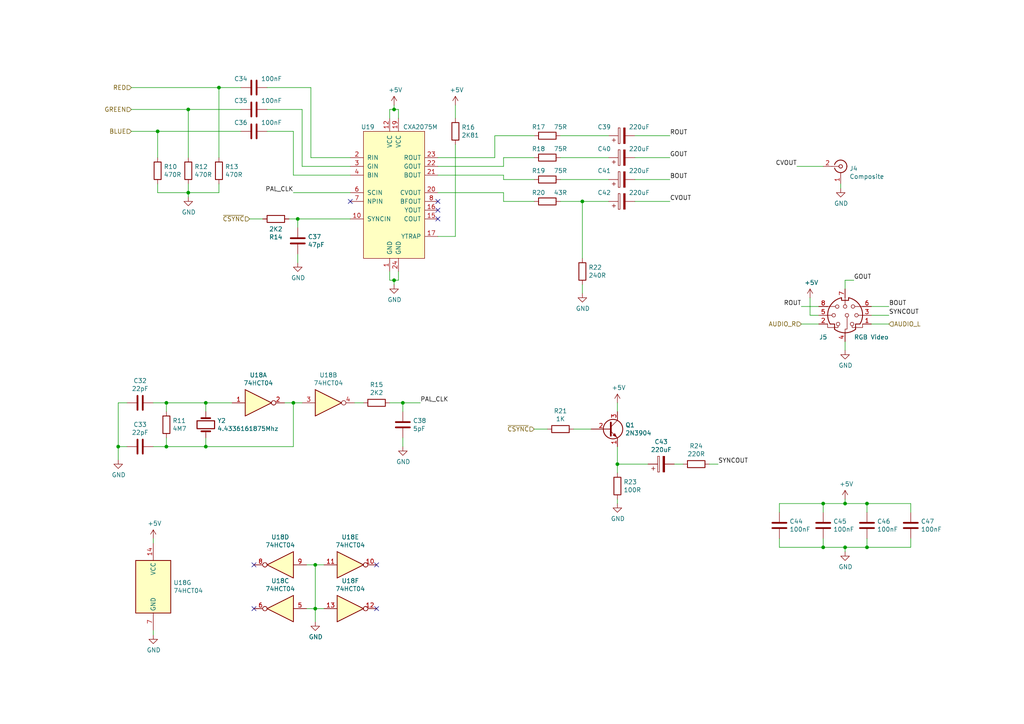
<source format=kicad_sch>
(kicad_sch (version 20211123) (generator eeschema)
  (paper "A4")
  (title_block (title "Y Ddraig Fechan") (company "Stephen Moody"))
  (lib_symbols
    (symbol "74xx:74HCT04"
      (property "Reference" "U" (at 0 1.27 0))
      (property "Value" "74HCT04" (at 0 -1.27 0))
      (symbol "74HCT04_1_0"
        (polyline (pts (xy -3.81 3.81) (xy -3.81 -3.81) (xy 3.81 0) (xy -3.81 3.81)) (stroke (width 0.254)) (fill (type background)))
        (pin input line (at -7.62 0 0) (length 3.81) (name "~") (number "1"))
        (pin output inverted (at 7.62 0 180) (length 3.81) (name "~") (number "2"))
      )
      (symbol "74HCT04_2_0"
        (polyline (pts (xy -3.81 3.81) (xy -3.81 -3.81) (xy 3.81 0) (xy -3.81 3.81)) (stroke (width 0.254)) (fill (type background)))
        (pin input line (at -7.62 0 0) (length 3.81) (name "~") (number "3"))
        (pin output inverted (at 7.62 0 180) (length 3.81) (name "~") (number "4"))
      )
      (symbol "74HCT04_3_0"
        (polyline (pts (xy -3.81 3.81) (xy -3.81 -3.81) (xy 3.81 0) (xy -3.81 3.81)) (stroke (width 0.254)) (fill (type background)))
        (pin input line (at -7.62 0 0) (length 3.81) (name "~") (number "5"))
        (pin output inverted (at 7.62 0 180) (length 3.81) (name "~") (number "6"))
      )
      (symbol "74HCT04_4_0"
        (polyline (pts (xy -3.81 3.81) (xy -3.81 -3.81) (xy 3.81 0) (xy -3.81 3.81)) (stroke (width 0.254)) (fill (type background)))
        (pin output inverted (at 7.62 0 180) (length 3.81) (name "~") (number "8"))
        (pin input line (at -7.62 0 0) (length 3.81) (name "~") (number "9"))
      )
      (symbol "74HCT04_5_0"
        (polyline (pts (xy -3.81 3.81) (xy -3.81 -3.81) (xy 3.81 0) (xy -3.81 3.81)) (stroke (width 0.254)) (fill (type background)))
        (pin output inverted (at 7.62 0 180) (length 3.81) (name "~") (number "10"))
        (pin input line (at -7.62 0 0) (length 3.81) (name "~") (number "11"))
      )
      (symbol "74HCT04_6_0"
        (polyline (pts (xy -3.81 3.81) (xy -3.81 -3.81) (xy 3.81 0) (xy -3.81 3.81)) (stroke (width 0.254)) (fill (type background)))
        (pin output inverted (at 7.62 0 180) (length 3.81) (name "~") (number "12"))
        (pin input line (at -7.62 0 0) (length 3.81) (name "~") (number "13"))
      )
      (symbol "74HCT04_7_0"
        (pin power_in line (at 0 12.7 270) (length 5.08) (name "VCC") (number "14"))
        (pin power_in line (at 0 -12.7 90) (length 5.08) (name "GND") (number "7"))
      )
      (symbol "74HCT04_7_1"
        (rectangle (start -5.08 7.62) (end 5.08 -7.62) (stroke (width 0.254)) (fill (type background)))
      )
    )
    (symbol "Connector:Mini-DIN-8" (pin_names (offset 1.016))
      (property "Reference" "J" (at 5.08 5.08 0))
      (property "Value" "Mini-DIN-8" (at 10.668 -5.08 0))
      (symbol "Mini-DIN-8_0_1"
        (circle (center -3.302 0) (radius 0.508))
        (arc (start -3.048 -4.064) (mid 0 -5.08) (end 3.048 -4.064) (stroke (width 0.254)))
        (circle (center -2.286 2.5146) (radius 0.508))
        (circle (center -2.032 -2.54) (radius 0.508))
        (arc (start -1.016 5.08) (mid -4.6243 2.1181) (end -4.318 -2.54) (stroke (width 0.254)))
        (polyline (pts (xy -3.81 0) (xy -5.08 0)))
        (polyline (pts (xy -2.794 2.54) (xy -5.334 2.54)))
        (polyline (pts (xy 0 5.1054) (xy 0 3.048)))
        (polyline (pts (xy 2.794 2.54) (xy 5.08 2.54)))
        (polyline (pts (xy 5.08 0) (xy 3.81 0)))
        (polyline (pts (xy -4.318 -2.54) (xy -3.048 -2.54) (xy -3.048 -4.064)) (stroke (width 0.254)))
        (polyline (pts (xy 4.318 -2.54) (xy 3.048 -2.54) (xy 3.048 -4.064)) (stroke (width 0.254)))
        (polyline (pts (xy -2.032 -3.048) (xy -2.032 -3.556) (xy -5.08 -3.556) (xy -5.08 -2.54)))
        (polyline (pts (xy -1.016 5.08) (xy -1.016 4.318) (xy 1.016 4.318) (xy 1.016 5.08)) (stroke (width 0.254)))
        (polyline (pts (xy 0.5842 -0.508) (xy 0.5842 -4.0132) (xy 0 -4.0132) (xy 0 -5.1816)))
        (polyline (pts (xy 2.032 -3.048) (xy 2.032 -3.556) (xy 5.08 -3.556) (xy 5.08 -2.54)))
        (circle (center 0 2.54) (radius 0.508))
        (circle (center 2.032 -2.54) (radius 0.508))
        (circle (center 2.286 2.54) (radius 0.508))
        (circle (center 3.302 0) (radius 0.508))
        (arc (start 4.318 -2.54) (mid 4.6646 2.1357) (end 1.016 5.08) (stroke (width 0.254)))
      )
      (symbol "Mini-DIN-8_1_1"
        (circle (center 0.5334 0) (radius 0.508))
        (pin passive line (at 7.62 -2.54 180) (length 2.54) (name "~") (number "1"))
        (pin passive line (at -7.62 -2.54 0) (length 2.54) (name "~") (number "2"))
        (pin passive line (at 7.62 0 180) (length 2.54) (name "~") (number "3"))
        (pin passive line (at 0 -7.62 90) (length 2.54) (name "~") (number "4"))
        (pin passive line (at -7.62 0 0) (length 2.54) (name "~") (number "5"))
        (pin passive line (at 7.62 2.54 180) (length 2.54) (name "~") (number "6"))
        (pin passive line (at 0 7.62 270) (length 2.54) (name "~") (number "7"))
        (pin passive line (at -7.62 2.54 0) (length 2.54) (name "~") (number "8"))
      )
    )
    (symbol "Ddraig:CXA2075M" (pin_names (offset 1.016))
      (property "Reference" "U" (at -8.89 20.32 0))
      (property "Value" "CXA2075M" (at 7.62 20.32 0))
      (symbol "CXA2075M_0_1"
        (rectangle (start -8.89 19.05) (end 8.89 -17.78) (fill (type background)))
      )
      (symbol "CXA2075M_1_1"
        (pin power_in line (at -1.27 -21.59 90) (length 3.81) (name "GND") (number "1"))
        (pin input line (at -12.7 -6.35 0) (length 3.81) (name "SYNCIN") (number "10"))
        (pin no_connect line (at -12.7 -8.89 0) (length 3.81) hide (name "NC") (number "11"))
        (pin power_in line (at -1.27 22.86 270) (length 3.81) (name "VCC") (number "12"))
        (pin no_connect line (at 12.7 13.97 180) (length 3.81) hide (name "NC") (number "13"))
        (pin no_connect line (at 11.43 -8.89 180) (length 3.81) hide (name "NC") (number "14"))
        (pin output line (at 12.7 -6.35 180) (length 3.81) (name "COUT") (number "15"))
        (pin output line (at 12.7 -3.81 180) (length 3.81) (name "YOUT") (number "16"))
        (pin input line (at 12.7 -11.43 180) (length 3.81) (name "YTRAP") (number "17"))
        (pin no_connect line (at 11.43 -13.97 180) (length 3.81) hide (name "NC") (number "18"))
        (pin power_in line (at 1.27 22.86 270) (length 3.81) (name "VCC") (number "19"))
        (pin input line (at -12.7 11.43 0) (length 3.81) (name "RIN") (number "2"))
        (pin output line (at 12.7 1.27 180) (length 3.81) (name "CVOUT") (number "20"))
        (pin output line (at 12.7 6.35 180) (length 3.81) (name "BOUT") (number "21"))
        (pin output line (at 12.7 8.89 180) (length 3.81) (name "GOUT") (number "22"))
        (pin output line (at 12.7 11.43 180) (length 3.81) (name "ROUT") (number "23"))
        (pin power_in line (at 1.27 -21.59 90) (length 3.81) (name "GND") (number "24"))
        (pin input line (at -12.7 8.89 0) (length 3.81) (name "GIN") (number "3"))
        (pin input line (at -12.7 6.35 0) (length 3.81) (name "BIN") (number "4"))
        (pin no_connect line (at -12.7 3.81 0) (length 3.81) hide (name "NC") (number "5"))
        (pin input line (at -12.7 1.27 0) (length 3.81) (name "SCIN") (number "6"))
        (pin input line (at -12.7 -1.27 0) (length 3.81) (name "NPIN") (number "7"))
        (pin output line (at 12.7 -1.27 180) (length 3.81) (name "BFOUT") (number "8"))
        (pin no_connect line (at -12.7 -3.81 0) (length 3.81) hide (name "NC") (number "9"))
      )
    )
    (symbol "Ddraig:Conn_Coaxial-KLPX0848A2RG" (pin_names (offset 1.016) hide)
      (property "Reference" "J" (at 0.254 3.048 0))
      (property "Value" "Conn_Coaxial-KLPX0848A2RG" (at 2.921 0 90))
      (symbol "Conn_Coaxial-KLPX0848A2RG_0_1"
        (arc (start -1.778 -0.508) (mid 0.2311 -1.8066) (end 1.778 0) (stroke (width 0.254)))
        (polyline (pts (xy -2.54 0) (xy -0.508 0)))
        (polyline (pts (xy 0 -2.54) (xy 0 -1.778)))
        (circle (center 0 0) (radius 0.508) (stroke (width 0.2032)))
        (arc (start 1.778 0) (mid 0.2099 1.8101) (end -1.778 0.508) (stroke (width 0.254)))
      )
      (symbol "Conn_Coaxial-KLPX0848A2RG_1_1"
        (pin passive line (at 0 -5.08 90) (length 2.54) (name "Ext") (number "1"))
        (pin passive line (at -5.08 0 0) (length 2.54) (name "In") (number "2"))
      )
    )
    (symbol "Device:C" (pin_numbers hide) (pin_names (offset 0.254))
      (property "Reference" "C" (at 0.635 2.54 0))
      (property "Value" "C" (at 0.635 -2.54 0))
      (symbol "C_0_1"
        (polyline (pts (xy -2.032 -0.762) (xy 2.032 -0.762)) (stroke (width 0.508)))
        (polyline (pts (xy -2.032 0.762) (xy 2.032 0.762)) (stroke (width 0.508)))
      )
      (symbol "C_1_1"
        (pin passive line (at 0 3.81 270) (length 2.794) (name "~") (number "1"))
        (pin passive line (at 0 -3.81 90) (length 2.794) (name "~") (number "2"))
      )
    )
    (symbol "Device:C_Polarized" (pin_numbers hide) (pin_names (offset 0.254))
      (property "Reference" "C" (at 0.635 2.54 0))
      (property "Value" "C_Polarized" (at 0.635 -2.54 0))
      (symbol "C_Polarized_0_1"
        (rectangle (start -2.286 0.508) (end 2.286 1.016))
        (polyline (pts (xy -1.778 2.286) (xy -0.762 2.286)))
        (polyline (pts (xy -1.27 2.794) (xy -1.27 1.778)))
        (rectangle (start 2.286 -0.508) (end -2.286 -1.016) (fill (type outline)))
      )
      (symbol "C_Polarized_1_1"
        (pin passive line (at 0 3.81 270) (length 2.794) (name "~") (number "1"))
        (pin passive line (at 0 -3.81 90) (length 2.794) (name "~") (number "2"))
      )
    )
    (symbol "Device:Crystal" (pin_numbers hide) (pin_names (offset 1.016) hide)
      (property "Reference" "Y" (at 0 3.81 0))
      (property "Value" "Crystal" (at 0 -3.81 0))
      (symbol "Crystal_0_1"
        (rectangle (start -1.143 2.54) (end 1.143 -2.54) (stroke (width 0.3048)))
        (polyline (pts (xy -2.54 0) (xy -1.905 0)))
        (polyline (pts (xy -1.905 -1.27) (xy -1.905 1.27)) (stroke (width 0.508)))
        (polyline (pts (xy 1.905 -1.27) (xy 1.905 1.27)) (stroke (width 0.508)))
        (polyline (pts (xy 2.54 0) (xy 1.905 0)))
      )
      (symbol "Crystal_1_1"
        (pin passive line (at -3.81 0 0) (length 1.27) (name "1") (number "1"))
        (pin passive line (at 3.81 0 180) (length 1.27) (name "2") (number "2"))
      )
    )
    (symbol "Device:R" (pin_numbers hide) (pin_names (offset 0))
      (property "Reference" "R" (at 2.032 0 90))
      (property "Value" "R" (at 0 0 90))
      (symbol "R_0_1"
        (rectangle (start -1.016 -2.54) (end 1.016 2.54) (stroke (width 0.254)))
      )
      (symbol "R_1_1"
        (pin passive line (at 0 3.81 270) (length 1.27) (name "~") (number "1"))
        (pin passive line (at 0 -3.81 90) (length 1.27) (name "~") (number "2"))
      )
    )
    (symbol "Transistor_BJT:2N3904" (pin_names (offset 0) hide)
      (property "Reference" "Q" (at 5.08 1.905 0))
      (property "Value" "2N3904" (at 5.08 0 0))
      (symbol "2N3904_0_1"
        (polyline (pts (xy 0.635 0.635) (xy 2.54 2.54)))
        (polyline (pts (xy 0.635 -0.635) (xy 2.54 -2.54) (xy 2.54 -2.54)))
        (polyline (pts (xy 0.635 1.905) (xy 0.635 -1.905) (xy 0.635 -1.905)) (stroke (width 0.508)))
        (polyline (pts (xy 1.27 -1.778) (xy 1.778 -1.27) (xy 2.286 -2.286) (xy 1.27 -1.778) (xy 1.27 -1.778)) (fill (type outline)))
        (circle (center 1.27 0) (radius 2.8194) (stroke (width 0.254)))
      )
      (symbol "2N3904_1_1"
        (pin passive line (at 2.54 -5.08 90) (length 2.54) (name "E") (number "1"))
        (pin passive line (at -5.08 0 0) (length 5.715) (name "B") (number "2"))
        (pin passive line (at 2.54 5.08 270) (length 2.54) (name "C") (number "3"))
      )
    )
    (symbol "power:+5V" (power) (pin_names (offset 0))
      (property "Value" "+5V" (at 0 3.556 0))
      (symbol "+5V_0_1"
        (polyline (pts (xy -0.762 1.27) (xy 0 2.54)))
        (polyline (pts (xy 0 0) (xy 0 2.54)))
        (polyline (pts (xy 0 2.54) (xy 0.762 1.27)))
      )
      (symbol "+5V_1_1"
        (pin power_in line (at 0 0 90) (length 0) hide (name "+5V") (number "1"))
      )
    )
    (symbol "power:GND" (power) (pin_names (offset 0))
      (property "Value" "GND" (at 0 -3.81 0))
      (symbol "GND_0_1"
        (polyline (pts (xy 0 0) (xy 0 -1.27) (xy 1.27 -1.27) (xy 0 -2.54) (xy -1.27 -1.27) (xy 0 -1.27)))
      )
      (symbol "GND_1_1"
        (pin power_in line (at 0 0 270) (length 0) hide (name "GND") (number "1"))
      )
    )
  )
  (junction (at 54.61 31.75))
  (junction (at 245.11 146.05))
  (junction (at 91.44 163.83))
  (junction (at 59.69 116.84))
  (junction (at 251.46 146.05))
  (junction (at 114.3 31.75))
  (junction (at 86.36 63.5))
  (junction (at 238.76 146.05))
  (junction (at 48.26 116.84))
  (junction (at 45.72 38.1))
  (junction (at 48.26 129.54))
  (junction (at 91.44 176.53))
  (junction (at 179.07 134.62))
  (junction (at 63.5 25.4))
  (junction (at 85.09 116.84))
  (junction (at 116.84 116.84))
  (junction (at 59.69 129.54))
  (junction (at 168.91 58.42))
  (junction (at 245.11 158.75))
  (junction (at 238.76 158.75))
  (junction (at 54.61 55.88))
  (junction (at 114.3 81.28))
  (junction (at 34.29 129.54))
  (junction (at 251.46 158.75))
  (no_connect (at 127 60.96))
  (no_connect (at 127 58.42))
  (no_connect (at 73.66 163.83))
  (no_connect (at 109.22 176.53))
  (no_connect (at 109.22 163.83))
  (no_connect (at 73.66 176.53))
  (no_connect (at 127 63.5))
  (no_connect (at 101.6 58.42))
  (wire (pts (xy 132.08 34.29) (xy 132.08 30.48)))
  (wire (pts (xy 63.5 53.34) (xy 63.5 55.88)))
  (wire (pts (xy 115.57 31.75) (xy 115.57 34.29)))
  (wire (pts (xy 176.53 58.42) (xy 168.91 58.42)))
  (wire (pts (xy 48.26 127) (xy 48.26 129.54)))
  (wire (pts (xy 85.09 129.54) (xy 85.09 116.84)))
  (wire (pts (xy 45.72 55.88) (xy 45.72 53.34)))
  (wire (pts (xy 54.61 31.75) (xy 38.1 31.75)))
  (wire (pts (xy 72.39 63.5) (xy 76.2 63.5)))
  (wire (pts (xy 114.3 31.75) (xy 115.57 31.75)))
  (wire (pts (xy 34.29 116.84) (xy 34.29 129.54)))
  (wire (pts (xy 114.3 30.48) (xy 114.3 31.75)))
  (wire (pts (xy 238.76 148.59) (xy 238.76 146.05)))
  (wire (pts (xy 168.91 58.42) (xy 162.56 58.42)))
  (wire (pts (xy 91.44 163.83) (xy 93.98 163.83)))
  (wire (pts (xy 63.5 45.72) (xy 63.5 25.4)))
  (wire (pts (xy 251.46 146.05) (xy 264.16 146.05)))
  (wire (pts (xy 143.51 39.37) (xy 143.51 45.72)))
  (wire (pts (xy 86.36 66.04) (xy 86.36 63.5)))
  (wire (pts (xy 54.61 57.15) (xy 54.61 55.88)))
  (wire (pts (xy 44.45 157.48) (xy 44.45 156.21)))
  (wire (pts (xy 245.11 146.05) (xy 251.46 146.05)))
  (wire (pts (xy 179.07 129.54) (xy 179.07 134.62)))
  (wire (pts (xy 168.91 74.93) (xy 168.91 58.42)))
  (wire (pts (xy 194.31 45.72) (xy 184.15 45.72)))
  (wire (pts (xy 101.6 50.8) (xy 85.09 50.8)))
  (wire (pts (xy 237.49 91.44) (xy 234.95 91.44)))
  (wire (pts (xy 54.61 55.88) (xy 45.72 55.88)))
  (wire (pts (xy 132.08 68.58) (xy 132.08 41.91)))
  (wire (pts (xy 45.72 38.1) (xy 38.1 38.1)))
  (wire (pts (xy 176.53 39.37) (xy 162.56 39.37)))
  (wire (pts (xy 166.37 124.46) (xy 171.45 124.46)))
  (wire (pts (xy 226.06 148.59) (xy 226.06 146.05)))
  (wire (pts (xy 187.96 134.62) (xy 179.07 134.62)))
  (wire (pts (xy 208.28 134.62) (xy 205.74 134.62)))
  (wire (pts (xy 243.84 54.61) (xy 243.84 53.34)))
  (wire (pts (xy 69.85 31.75) (xy 54.61 31.75)))
  (wire (pts (xy 90.17 25.4) (xy 77.47 25.4)))
  (wire (pts (xy 116.84 116.84) (xy 121.92 116.84)))
  (wire (pts (xy 48.26 116.84) (xy 59.69 116.84)))
  (wire (pts (xy 146.05 45.72) (xy 154.94 45.72)))
  (wire (pts (xy 59.69 119.38) (xy 59.69 116.84)))
  (wire (pts (xy 113.03 78.74) (xy 113.03 81.28)))
  (wire (pts (xy 82.55 116.84) (xy 85.09 116.84)))
  (wire (pts (xy 251.46 148.59) (xy 251.46 146.05)))
  (wire (pts (xy 238.76 156.21) (xy 238.76 158.75)))
  (wire (pts (xy 113.03 31.75) (xy 114.3 31.75)))
  (wire (pts (xy 54.61 55.88) (xy 54.61 53.34)))
  (wire (pts (xy 127 55.88) (xy 146.05 55.88)))
  (wire (pts (xy 238.76 158.75) (xy 245.11 158.75)))
  (wire (pts (xy 91.44 176.53) (xy 93.98 176.53)))
  (wire (pts (xy 83.82 63.5) (xy 86.36 63.5)))
  (wire (pts (xy 127 48.26) (xy 146.05 48.26)))
  (wire (pts (xy 34.29 116.84) (xy 36.83 116.84)))
  (wire (pts (xy 59.69 129.54) (xy 85.09 129.54)))
  (wire (pts (xy 168.91 85.09) (xy 168.91 82.55)))
  (wire (pts (xy 245.11 160.02) (xy 245.11 158.75)))
  (wire (pts (xy 245.11 81.28) (xy 245.11 83.82)))
  (wire (pts (xy 146.05 48.26) (xy 146.05 45.72)))
  (wire (pts (xy 252.73 88.9) (xy 257.81 88.9)))
  (wire (pts (xy 127 68.58) (xy 132.08 68.58)))
  (wire (pts (xy 179.07 144.78) (xy 179.07 146.05)))
  (wire (pts (xy 113.03 34.29) (xy 113.03 31.75)))
  (wire (pts (xy 34.29 133.35) (xy 34.29 129.54)))
  (wire (pts (xy 85.09 50.8) (xy 85.09 38.1)))
  (wire (pts (xy 48.26 119.38) (xy 48.26 116.84)))
  (wire (pts (xy 59.69 116.84) (xy 67.31 116.84)))
  (wire (pts (xy 48.26 129.54) (xy 59.69 129.54)))
  (wire (pts (xy 69.85 38.1) (xy 45.72 38.1)))
  (wire (pts (xy 101.6 45.72) (xy 90.17 45.72)))
  (wire (pts (xy 116.84 119.38) (xy 116.84 116.84)))
  (wire (pts (xy 226.06 146.05) (xy 238.76 146.05)))
  (wire (pts (xy 194.31 58.42) (xy 184.15 58.42)))
  (wire (pts (xy 116.84 127) (xy 116.84 129.54)))
  (wire (pts (xy 113.03 81.28) (xy 114.3 81.28)))
  (wire (pts (xy 154.94 124.46) (xy 158.75 124.46)))
  (wire (pts (xy 146.05 50.8) (xy 146.05 52.07)))
  (wire (pts (xy 63.5 55.88) (xy 54.61 55.88)))
  (wire (pts (xy 237.49 88.9) (xy 232.41 88.9)))
  (wire (pts (xy 114.3 82.55) (xy 114.3 81.28)))
  (wire (pts (xy 85.09 38.1) (xy 77.47 38.1)))
  (wire (pts (xy 143.51 39.37) (xy 154.94 39.37)))
  (wire (pts (xy 245.11 158.75) (xy 251.46 158.75)))
  (wire (pts (xy 146.05 55.88) (xy 146.05 58.42)))
  (wire (pts (xy 44.45 129.54) (xy 48.26 129.54)))
  (wire (pts (xy 115.57 81.28) (xy 115.57 78.74)))
  (wire (pts (xy 88.9 176.53) (xy 91.44 176.53)))
  (wire (pts (xy 251.46 156.21) (xy 251.46 158.75)))
  (wire (pts (xy 146.05 58.42) (xy 154.94 58.42)))
  (wire (pts (xy 44.45 116.84) (xy 48.26 116.84)))
  (wire (pts (xy 184.15 39.37) (xy 194.31 39.37)))
  (wire (pts (xy 264.16 158.75) (xy 264.16 156.21)))
  (wire (pts (xy 245.11 99.06) (xy 245.11 101.6)))
  (wire (pts (xy 90.17 45.72) (xy 90.17 25.4)))
  (wire (pts (xy 63.5 25.4) (xy 38.1 25.4)))
  (wire (pts (xy 44.45 184.15) (xy 44.45 182.88)))
  (wire (pts (xy 59.69 129.54) (xy 59.69 127)))
  (wire (pts (xy 251.46 158.75) (xy 264.16 158.75)))
  (wire (pts (xy 257.81 91.44) (xy 252.73 91.44)))
  (wire (pts (xy 231.14 48.26) (xy 238.76 48.26)))
  (wire (pts (xy 247.65 81.28) (xy 245.11 81.28)))
  (wire (pts (xy 45.72 45.72) (xy 45.72 38.1)))
  (wire (pts (xy 87.63 31.75) (xy 77.47 31.75)))
  (wire (pts (xy 91.44 176.53) (xy 91.44 163.83)))
  (wire (pts (xy 179.07 134.62) (xy 179.07 137.16)))
  (wire (pts (xy 85.09 116.84) (xy 87.63 116.84)))
  (wire (pts (xy 226.06 156.21) (xy 226.06 158.75)))
  (wire (pts (xy 91.44 180.34) (xy 91.44 176.53)))
  (wire (pts (xy 237.49 93.98) (xy 232.41 93.98)))
  (wire (pts (xy 54.61 45.72) (xy 54.61 31.75)))
  (wire (pts (xy 102.87 116.84) (xy 105.41 116.84)))
  (wire (pts (xy 179.07 119.38) (xy 179.07 116.84)))
  (wire (pts (xy 91.44 163.83) (xy 88.9 163.83)))
  (wire (pts (xy 238.76 146.05) (xy 245.11 146.05)))
  (wire (pts (xy 184.15 52.07) (xy 194.31 52.07)))
  (wire (pts (xy 264.16 146.05) (xy 264.16 148.59)))
  (wire (pts (xy 198.12 134.62) (xy 195.58 134.62)))
  (wire (pts (xy 176.53 45.72) (xy 162.56 45.72)))
  (wire (pts (xy 86.36 76.2) (xy 86.36 73.66)))
  (wire (pts (xy 87.63 48.26) (xy 87.63 31.75)))
  (wire (pts (xy 146.05 52.07) (xy 154.94 52.07)))
  (wire (pts (xy 114.3 81.28) (xy 115.57 81.28)))
  (wire (pts (xy 226.06 158.75) (xy 238.76 158.75)))
  (wire (pts (xy 162.56 52.07) (xy 176.53 52.07)))
  (wire (pts (xy 69.85 25.4) (xy 63.5 25.4)))
  (wire (pts (xy 86.36 63.5) (xy 101.6 63.5)))
  (wire (pts (xy 245.11 144.78) (xy 245.11 146.05)))
  (wire (pts (xy 101.6 55.88) (xy 85.09 55.88)))
  (wire (pts (xy 127 50.8) (xy 146.05 50.8)))
  (wire (pts (xy 101.6 48.26) (xy 87.63 48.26)))
  (wire (pts (xy 127 45.72) (xy 143.51 45.72)))
  (wire (pts (xy 113.03 116.84) (xy 116.84 116.84)))
  (wire (pts (xy 252.73 93.98) (xy 257.81 93.98)))
  (wire (pts (xy 234.95 91.44) (xy 234.95 86.36)))
  (wire (pts (xy 36.83 129.54) (xy 34.29 129.54)))
  (label "BOUT" (at 194.31 52.07 0))
  (label "GOUT" (at 247.65 81.28 0))
  (label "GOUT" (at 194.31 45.72 0))
  (label "PAL_CLK" (at 85.09 55.88 180))
  (label "ROUT" (at 194.31 39.37 0))
  (label "ROUT" (at 232.41 88.9 180))
  (label "PAL_CLK" (at 121.92 116.84 0))
  (label "SYNCOUT" (at 257.81 91.44 0))
  (label "BOUT" (at 257.81 88.9 0))
  (label "CVOUT" (at 194.31 58.42 0))
  (label "CVOUT" (at 231.14 48.26 180))
  (label "SYNCOUT" (at 208.28 134.62 0))
  (hierarchical_label "AUDIO_L" (shape input) (at 257.81 93.98 0))
  (hierarchical_label "GREEN" (shape input) (at 38.1 31.75 180))
  (hierarchical_label "AUDIO_R" (shape input) (at 232.41 93.98 180))
  (hierarchical_label "RED" (shape input) (at 38.1 25.4 180))
  (hierarchical_label "~{CSYNC}" (shape input) (at 154.94 124.46 180))
  (hierarchical_label "BLUE" (shape input) (at 38.1 38.1 180))
  (hierarchical_label "~{CSYNC}" (shape input) (at 72.39 63.5 180))
  (symbol (lib_id "Device:C") (at 226.06 152.4 0) (unit 1)
    (property "Reference" "C44" (at 228.981 151.2316 0) (effects (justify left)))
    (property "Value" "100nF" (at 228.981 153.543 0) (effects (justify left)))
    (property "Footprint" "Capacitor_THT:C_Disc_D5.0mm_W2.5mm_P2.50mm" (effects hide))
  )
  (symbol (lib_id "Device:C") (at 238.76 152.4 0) (unit 1)
    (property "Reference" "C45" (at 241.681 151.2316 0) (effects (justify left)))
    (property "Value" "100nF" (at 241.681 153.543 0) (effects (justify left)))
    (property "Footprint" "Capacitor_THT:C_Disc_D5.0mm_W2.5mm_P2.50mm" (effects hide))
  )
  (symbol (lib_id "Device:C") (at 251.46 152.4 0) (unit 1)
    (property "Reference" "C46" (at 254.381 151.2316 0) (effects (justify left)))
    (property "Value" "100nF" (at 254.381 153.543 0) (effects (justify left)))
    (property "Footprint" "Capacitor_THT:C_Disc_D5.0mm_W2.5mm_P2.50mm" (effects hide))
  )
  (symbol (lib_id "Device:C") (at 264.16 152.4 0) (unit 1)
    (property "Reference" "C47" (at 267.081 151.2316 0) (effects (justify left)))
    (property "Value" "100nF" (at 267.081 153.543 0) (effects (justify left)))
    (property "Footprint" "Capacitor_THT:C_Disc_D5.0mm_W2.5mm_P2.50mm" (effects hide))
  )
  (symbol (lib_id "power:+5V") (at 245.11 144.78 0) (unit 1)
    (property "Reference" "#PWR089" (effects hide))
    (property "Value" "+5V" (at 245.491 140.3858 0))
  )
  (symbol (lib_id "power:GND") (at 245.11 160.02 0) (unit 1)
    (property "Reference" "#PWR090" (effects hide))
    (property "Value" "GND" (at 245.237 164.4142 0))
  )
  (symbol (lib_id "Ddraig:CXA2075M") (at 114.3 57.15 0) (unit 1)
    (property "Reference" "U19" (at 106.68 36.83 0))
    (property "Value" "CXA2075M" (at 121.92 36.83 0))
    (property "Footprint" "Package_SO:SOP-24_7.5x15.4mm_P1.27mm" (effects hide))
  )
  (symbol (lib_id "power:+5V") (at 114.3 30.48 0) (unit 1)
    (property "Reference" "#PWR079" (effects hide))
    (property "Value" "+5V" (at 114.681 26.0858 0))
  )
  (symbol (lib_id "power:GND") (at 114.3 82.55 0) (unit 1)
    (property "Reference" "#PWR080" (effects hide))
    (property "Value" "GND" (at 114.427 86.9442 0))
  )
  (symbol (lib_id "Connector:Mini-DIN-8") (at 245.11 91.44 0) (unit 1)
    (property "Reference" "J5" (at 238.76 97.79 0))
    (property "Value" "RGB Video" (at 252.73 97.79 0))
    (property "Footprint" "Ddraig:MINI-DIN-8-TE_57492681" (effects hide))
    (property "Datasheet" "http://service.powerdynamics.com/ec/Catalog17/Section%2011.pdf" (effects hide))
  )
  (symbol (lib_id "power:+5V") (at 234.95 86.36 0) (unit 1)
    (property "Reference" "#PWR086" (effects hide))
    (property "Value" "+5V" (at 235.331 81.9658 0))
  )
  (symbol (lib_id "Device:R") (at 132.08 38.1 0) (unit 1)
    (property "Reference" "R16" (at 133.858 36.9316 0) (effects (justify left)))
    (property "Value" "2K81" (at 133.858 39.243 0) (effects (justify left)))
    (property "Footprint" "Resistor_THT:R_Axial_DIN0207_L6.3mm_D2.5mm_P10.16mm_Horizontal" (effects hide))
  )
  (symbol (lib_id "Device:R") (at 158.75 39.37 270) (unit 1)
    (property "Reference" "R17" (at 156.21 36.83 90))
    (property "Value" "75R" (at 162.56 36.83 90))
    (property "Footprint" "Resistor_THT:R_Axial_DIN0207_L6.3mm_D2.5mm_P10.16mm_Horizontal" (effects hide))
  )
  (symbol (lib_id "Device:R") (at 158.75 45.72 270) (unit 1)
    (property "Reference" "R18" (at 156.21 43.18 90))
    (property "Value" "75R" (at 162.56 43.18 90))
    (property "Footprint" "Resistor_THT:R_Axial_DIN0207_L6.3mm_D2.5mm_P10.16mm_Horizontal" (effects hide))
  )
  (symbol (lib_id "Device:R") (at 158.75 52.07 270) (unit 1)
    (property "Reference" "R19" (at 156.21 49.53 90))
    (property "Value" "75R" (at 162.56 49.53 90))
    (property "Footprint" "Resistor_THT:R_Axial_DIN0207_L6.3mm_D2.5mm_P10.16mm_Horizontal" (effects hide))
  )
  (symbol (lib_id "Device:R") (at 158.75 58.42 270) (unit 1)
    (property "Reference" "R20" (at 156.21 55.88 90))
    (property "Value" "43R" (at 162.56 55.88 90))
    (property "Footprint" "Resistor_THT:R_Axial_DIN0207_L6.3mm_D2.5mm_P10.16mm_Horizontal" (effects hide))
  )
  (symbol (lib_id "Device:C_Polarized") (at 180.34 39.37 90) (unit 1)
    (property "Reference" "C39" (at 175.26 36.83 90))
    (property "Value" "220uF" (at 185.42 36.83 90))
    (property "Footprint" "Capacitor_THT:CP_Radial_D5.0mm_P2.50mm" (effects hide))
  )
  (symbol (lib_id "Device:C_Polarized") (at 180.34 45.72 90) (unit 1)
    (property "Reference" "C40" (at 175.26 43.18 90))
    (property "Value" "220uF" (at 185.42 43.18 90))
    (property "Footprint" "Capacitor_THT:CP_Radial_D5.0mm_P2.50mm" (effects hide))
  )
  (symbol (lib_id "Device:C_Polarized") (at 180.34 52.07 90) (unit 1)
    (property "Reference" "C41" (at 175.26 49.53 90))
    (property "Value" "220uF" (at 185.42 49.53 90))
    (property "Footprint" "Capacitor_THT:CP_Radial_D5.0mm_P2.50mm" (effects hide))
  )
  (symbol (lib_id "Device:C_Polarized") (at 180.34 58.42 90) (unit 1)
    (property "Reference" "C42" (at 175.26 55.88 90))
    (property "Value" "220uF" (at 185.42 55.88 90))
    (property "Footprint" "Capacitor_THT:CP_Radial_D5.0mm_P2.50mm" (effects hide))
  )
  (symbol (lib_id "power:+5V") (at 132.08 30.48 0) (unit 1)
    (property "Reference" "#PWR082" (effects hide))
    (property "Value" "+5V" (at 132.461 26.0858 0))
  )
  (symbol (lib_id "Device:R") (at 168.91 78.74 0) (unit 1)
    (property "Reference" "R22" (at 170.688 77.5716 0) (effects (justify left)))
    (property "Value" "240R" (at 170.688 79.883 0) (effects (justify left)))
    (property "Footprint" "Resistor_THT:R_Axial_DIN0207_L6.3mm_D2.5mm_P10.16mm_Horizontal" (effects hide))
  )
  (symbol (lib_id "power:GND") (at 168.91 85.09 0) (unit 1)
    (property "Reference" "#PWR083" (effects hide))
    (property "Value" "GND" (at 169.037 89.4842 0))
  )
  (symbol (lib_id "Device:R") (at 80.01 63.5 90) (unit 1)
    (property "Reference" "R14" (at 80.01 68.7578 90))
    (property "Value" "2K2" (at 80.01 66.4464 90))
    (property "Footprint" "Resistor_THT:R_Axial_DIN0207_L6.3mm_D2.5mm_P10.16mm_Horizontal" (effects hide))
  )
  (symbol (lib_id "Device:C") (at 86.36 69.85 0) (unit 1)
    (property "Reference" "C37" (at 89.281 68.6816 0) (effects (justify left)))
    (property "Value" "47pF" (at 89.281 70.993 0) (effects (justify left)))
    (property "Footprint" "Capacitor_THT:C_Disc_D5.0mm_W2.5mm_P2.50mm" (effects hide))
  )
  (symbol (lib_id "power:GND") (at 86.36 76.2 0) (unit 1)
    (property "Reference" "#PWR077" (effects hide))
    (property "Value" "GND" (at 86.487 80.5942 0))
  )
  (symbol (lib_id "Device:C") (at 40.64 116.84 270) (unit 1)
    (property "Reference" "C32" (at 40.64 110.4392 90))
    (property "Value" "22pF" (at 40.64 112.7506 90))
    (property "Footprint" "Capacitor_THT:C_Disc_D5.0mm_W2.5mm_P2.50mm" (effects hide))
  )
  (symbol (lib_id "Device:C") (at 40.64 129.54 270) (unit 1)
    (property "Reference" "C33" (at 40.64 123.1392 90))
    (property "Value" "22pF" (at 40.64 125.4506 90))
    (property "Footprint" "Capacitor_THT:C_Disc_D5.0mm_W2.5mm_P2.50mm" (effects hide))
  )
  (symbol (lib_id "Device:R") (at 48.26 123.19 0) (unit 1)
    (property "Reference" "R11" (at 50.038 122.0216 0) (effects (justify left)))
    (property "Value" "4M7" (at 50.038 124.333 0) (effects (justify left)))
    (property "Footprint" "Resistor_THT:R_Axial_DIN0207_L6.3mm_D2.5mm_P10.16mm_Horizontal" (effects hide))
  )
  (symbol (lib_id "Device:R") (at 109.22 116.84 270) (unit 1)
    (property "Reference" "R15" (at 109.22 111.5822 90))
    (property "Value" "2K2" (at 109.22 113.8936 90))
    (property "Footprint" "Resistor_THT:R_Axial_DIN0207_L6.3mm_D2.5mm_P10.16mm_Horizontal" (effects hide))
  )
  (symbol (lib_id "Device:Crystal") (at 59.69 123.19 90) (unit 1)
    (property "Reference" "Y2" (at 63.0174 122.0216 90) (effects (justify right)))
    (property "Value" "4.4336161875Mhz" (at 63.0174 124.333 90) (effects (justify right)))
    (property "Footprint" "Crystal:Crystal_HC50_Vertical" (effects hide))
  )
  (symbol (lib_id "Device:C") (at 116.84 123.19 0) (unit 1)
    (property "Reference" "C38" (at 119.761 122.0216 0) (effects (justify left)))
    (property "Value" "5pF" (at 119.761 124.333 0) (effects (justify left)))
    (property "Footprint" "Capacitor_THT:C_Disc_D5.0mm_W2.5mm_P2.50mm" (effects hide))
  )
  (symbol (lib_id "74xx:74HCT04") (at 74.93 116.84 0) (unit 1)
    (property "Reference" "U18" (at 74.93 108.7882 0))
    (property "Value" "74HCT04" (at 74.93 111.0996 0))
    (property "Footprint" "Package_DIP:DIP-14_W7.62mm_Socket" (effects hide))
    (property "Datasheet" "https://assets.nexperia.com/documents/data-sheet/74HC_HCT04.pdf" (effects hide))
  )
  (symbol (lib_id "74xx:74HCT04") (at 95.25 116.84 0) (unit 2)
    (property "Reference" "U18" (at 95.25 108.7882 0))
    (property "Value" "74HCT04" (at 95.25 111.0996 0))
    (property "Footprint" "Package_DIP:DIP-14_W7.62mm_Socket" (effects hide))
    (property "Datasheet" "https://assets.nexperia.com/documents/data-sheet/74HC_HCT04.pdf" (effects hide))
  )
  (symbol (lib_id "74xx:74HCT04") (at 81.28 176.53 0) (mirror y) (unit 3)
    (property "Reference" "U18" (at 81.28 168.4782 0))
    (property "Value" "74HCT04" (at 81.28 170.7896 0))
    (property "Footprint" "Package_DIP:DIP-14_W7.62mm_Socket" (effects hide))
    (property "Datasheet" "https://assets.nexperia.com/documents/data-sheet/74HC_HCT04.pdf" (effects hide))
  )
  (symbol (lib_id "74xx:74HCT04") (at 81.28 163.83 0) (mirror y) (unit 4)
    (property "Reference" "U18" (at 81.28 155.7782 0))
    (property "Value" "74HCT04" (at 81.28 158.0896 0))
    (property "Footprint" "Package_DIP:DIP-14_W7.62mm_Socket" (effects hide))
    (property "Datasheet" "https://assets.nexperia.com/documents/data-sheet/74HC_HCT04.pdf" (effects hide))
  )
  (symbol (lib_id "74xx:74HCT04") (at 101.6 163.83 0) (unit 5)
    (property "Reference" "U18" (at 101.6 155.7782 0))
    (property "Value" "74HCT04" (at 101.6 158.0896 0))
    (property "Footprint" "Package_DIP:DIP-14_W7.62mm_Socket" (effects hide))
    (property "Datasheet" "https://assets.nexperia.com/documents/data-sheet/74HC_HCT04.pdf" (effects hide))
  )
  (symbol (lib_id "74xx:74HCT04") (at 101.6 176.53 0) (unit 6)
    (property "Reference" "U18" (at 101.6 168.4782 0))
    (property "Value" "74HCT04" (at 101.6 170.7896 0))
    (property "Footprint" "Package_DIP:DIP-14_W7.62mm_Socket" (effects hide))
    (property "Datasheet" "https://assets.nexperia.com/documents/data-sheet/74HC_HCT04.pdf" (effects hide))
  )
  (symbol (lib_id "74xx:74HCT04") (at 44.45 170.18 0) (unit 7)
    (property "Reference" "U18" (at 50.292 169.0116 0) (effects (justify left)))
    (property "Value" "74HCT04" (at 50.292 171.323 0) (effects (justify left)))
    (property "Footprint" "Package_DIP:DIP-14_W7.62mm_Socket" (effects hide))
    (property "Datasheet" "https://assets.nexperia.com/documents/data-sheet/74HC_HCT04.pdf" (effects hide))
  )
  (symbol (lib_id "power:GND") (at 34.29 133.35 0) (unit 1)
    (property "Reference" "#PWR073" (effects hide))
    (property "Value" "GND" (at 34.417 137.7442 0))
  )
  (symbol (lib_id "power:GND") (at 44.45 184.15 0) (unit 1)
    (property "Reference" "#PWR075" (effects hide))
    (property "Value" "GND" (at 44.577 188.5442 0))
  )
  (symbol (lib_id "power:GND") (at 91.44 180.34 0) (unit 1)
    (property "Reference" "#PWR078" (effects hide))
    (property "Value" "GND" (at 91.567 184.7342 0))
  )
  (symbol (lib_id "power:+5V") (at 44.45 156.21 0) (unit 1)
    (property "Reference" "#PWR074" (effects hide))
    (property "Value" "+5V" (at 44.831 151.8158 0))
  )
  (symbol (lib_id "power:GND") (at 116.84 129.54 0) (unit 1)
    (property "Reference" "#PWR081" (effects hide))
    (property "Value" "GND" (at 116.967 133.9342 0))
  )
  (symbol (lib_id "Device:R") (at 45.72 49.53 0) (unit 1)
    (property "Reference" "R10" (at 47.498 48.3616 0) (effects (justify left)))
    (property "Value" "470R" (at 47.498 50.673 0) (effects (justify left)))
    (property "Footprint" "Resistor_THT:R_Axial_DIN0207_L6.3mm_D2.5mm_P10.16mm_Horizontal" (effects hide))
  )
  (symbol (lib_id "Device:R") (at 54.61 49.53 0) (unit 1)
    (property "Reference" "R12" (at 56.388 48.3616 0) (effects (justify left)))
    (property "Value" "470R" (at 56.388 50.673 0) (effects (justify left)))
    (property "Footprint" "Resistor_THT:R_Axial_DIN0207_L6.3mm_D2.5mm_P10.16mm_Horizontal" (effects hide))
  )
  (symbol (lib_id "Device:R") (at 63.5 49.53 0) (unit 1)
    (property "Reference" "R13" (at 65.278 48.3616 0) (effects (justify left)))
    (property "Value" "470R" (at 65.278 50.673 0) (effects (justify left)))
    (property "Footprint" "Resistor_THT:R_Axial_DIN0207_L6.3mm_D2.5mm_P10.16mm_Horizontal" (effects hide))
  )
  (symbol (lib_id "power:GND") (at 54.61 57.15 0) (unit 1)
    (property "Reference" "#PWR076" (effects hide))
    (property "Value" "GND" (at 54.737 61.5442 0))
  )
  (symbol (lib_id "Device:C") (at 73.66 25.4 270) (unit 1)
    (property "Reference" "C34" (at 69.85 22.86 90))
    (property "Value" "100nF" (at 78.74 22.86 90))
    (property "Footprint" "Capacitor_THT:C_Disc_D5.0mm_W2.5mm_P2.50mm" (effects hide))
  )
  (symbol (lib_id "Device:C") (at 73.66 31.75 270) (unit 1)
    (property "Reference" "C35" (at 69.85 29.21 90))
    (property "Value" "100nF" (at 78.74 29.21 90))
    (property "Footprint" "Capacitor_THT:C_Disc_D5.0mm_W2.5mm_P2.50mm" (effects hide))
  )
  (symbol (lib_id "Device:C") (at 73.66 38.1 270) (unit 1)
    (property "Reference" "C36" (at 69.85 35.56 90))
    (property "Value" "100nF" (at 78.74 35.56 90))
    (property "Footprint" "Capacitor_THT:C_Disc_D5.0mm_W2.5mm_P2.50mm" (effects hide))
  )
  (symbol (lib_id "power:GND") (at 243.84 54.61 0) (unit 1)
    (property "Reference" "#PWR087" (effects hide))
    (property "Value" "GND" (at 243.967 59.0042 0))
  )
  (symbol (lib_id "power:GND") (at 245.11 101.6 0) (unit 1)
    (property "Reference" "#PWR088" (effects hide))
    (property "Value" "GND" (at 245.237 105.9942 0))
  )
  (symbol (lib_id "Device:R") (at 162.56 124.46 270) (unit 1)
    (property "Reference" "R21" (at 162.56 119.2022 90))
    (property "Value" "1K" (at 162.56 121.5136 90))
    (property "Footprint" "Resistor_THT:R_Axial_DIN0207_L6.3mm_D2.5mm_P10.16mm_Horizontal" (effects hide))
  )
  (symbol (lib_id "Transistor_BJT:2N3904") (at 176.53 124.46 0) (unit 1)
    (property "Reference" "Q1" (at 181.356 123.2916 0) (effects (justify left)))
    (property "Value" "2N3904" (at 181.356 125.603 0) (effects (justify left)))
    (property "Footprint" "Package_TO_SOT_THT:TO-92_Inline" (effects hide))
    (property "Datasheet" "https://www.onsemi.com/pub/Collateral/2N3903-D.PDF" (effects hide))
  )
  (symbol (lib_id "Device:R") (at 179.07 140.97 0) (unit 1)
    (property "Reference" "R23" (at 180.848 139.8016 0) (effects (justify left)))
    (property "Value" "100R" (at 180.848 142.113 0) (effects (justify left)))
    (property "Footprint" "Resistor_THT:R_Axial_DIN0207_L6.3mm_D2.5mm_P10.16mm_Horizontal" (effects hide))
  )
  (symbol (lib_id "Device:R") (at 201.93 134.62 270) (unit 1)
    (property "Reference" "R24" (at 201.93 129.3622 90))
    (property "Value" "220R" (at 201.93 131.6736 90))
    (property "Footprint" "Resistor_THT:R_Axial_DIN0207_L6.3mm_D2.5mm_P10.16mm_Horizontal" (effects hide))
  )
  (symbol (lib_id "Device:C_Polarized") (at 191.77 134.62 90) (unit 1)
    (property "Reference" "C43" (at 191.77 128.143 90))
    (property "Value" "220uF" (at 191.77 130.4544 90))
    (property "Footprint" "Capacitor_THT:CP_Radial_D5.0mm_P2.50mm" (effects hide))
  )
  (symbol (lib_id "power:GND") (at 179.07 146.05 0) (unit 1)
    (property "Reference" "#PWR085" (effects hide))
    (property "Value" "GND" (at 179.197 150.4442 0))
  )
  (symbol (lib_id "power:+5V") (at 179.07 116.84 0) (unit 1)
    (property "Reference" "#PWR084" (effects hide))
    (property "Value" "+5V" (at 179.451 112.4458 0))
  )
  (symbol (lib_id "Ddraig:Conn_Coaxial-KLPX0848A2RG") (at 243.84 48.26 0) (unit 1)
    (property "Reference" "J4" (at 246.38 48.895 0) (effects (justify left)))
    (property "Value" "Composite" (at 246.38 51.2064 0) (effects (justify left)))
    (property "Footprint" "Ddraig:KLPX0848A2RG" (effects hide))
    (property "Datasheet" " ~" (effects hide))
  )
)
</source>
